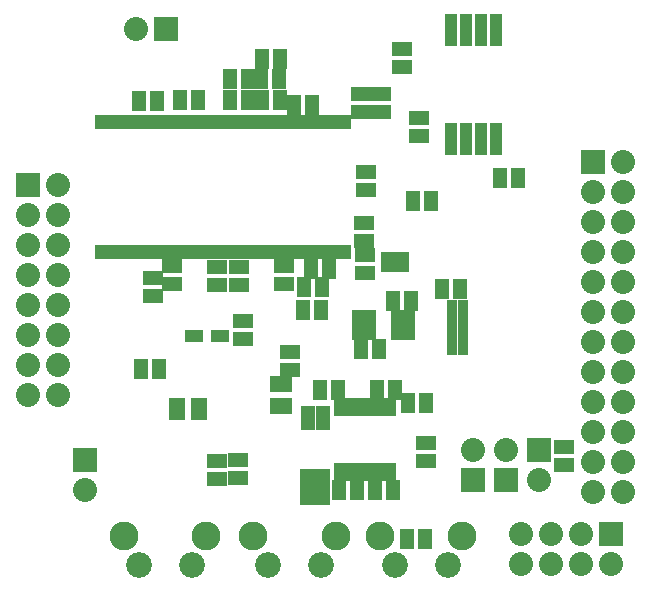
<source format=gbs>
G04 (created by PCBNEW-RS274X (2011-01-25 BZR 2758)-stable) date Mon 25 Apr 2011 03:55:26 PM COT*
G01*
G70*
G90*
%MOIN*%
G04 Gerber Fmt 3.4, Leading zero omitted, Abs format*
%FSLAX34Y34*%
G04 APERTURE LIST*
%ADD10C,0.006000*%
%ADD11R,0.059300X0.043600*%
%ADD12R,0.035700X0.059300*%
%ADD13R,0.043600X0.106600*%
%ADD14R,0.080000X0.080000*%
%ADD15C,0.080000*%
%ADD16C,0.086000*%
%ADD17C,0.096000*%
%ADD18R,0.047600X0.079100*%
%ADD19R,0.098700X0.118400*%
%ADD20R,0.035700X0.031800*%
%ADD21R,0.031800X0.035700*%
%ADD22R,0.033800X0.047500*%
%ADD23R,0.033700X0.047500*%
%ADD24R,0.033600X0.047500*%
%ADD25R,0.075000X0.055000*%
%ADD26R,0.045000X0.065000*%
%ADD27R,0.065000X0.045000*%
%ADD28R,0.080000X0.100000*%
%ADD29R,0.055000X0.075000*%
G04 APERTURE END LIST*
G54D10*
G54D11*
X52342Y-42600D03*
X53208Y-42600D03*
G54D12*
X57168Y-44961D03*
X57418Y-44961D03*
X57668Y-44961D03*
X57918Y-44961D03*
X58168Y-44961D03*
X58418Y-44961D03*
X58668Y-44961D03*
X58918Y-44961D03*
X58918Y-47125D03*
X58668Y-47125D03*
X58418Y-47125D03*
X58168Y-47125D03*
X57918Y-47125D03*
X57668Y-47125D03*
X57418Y-47125D03*
X57168Y-47125D03*
G54D13*
X60917Y-32391D03*
X61417Y-32391D03*
X61917Y-32391D03*
X62417Y-32391D03*
X62417Y-36013D03*
X61917Y-36013D03*
X61417Y-36013D03*
X60917Y-36013D03*
G54D14*
X46793Y-37553D03*
G54D15*
X47793Y-37553D03*
X46793Y-38553D03*
X47793Y-38553D03*
X46793Y-39553D03*
X47793Y-39553D03*
X46793Y-40553D03*
X47793Y-40553D03*
X46793Y-41553D03*
X47793Y-41553D03*
X46793Y-42553D03*
X47793Y-42553D03*
X46793Y-43553D03*
X47793Y-43553D03*
X46793Y-44553D03*
X47793Y-44553D03*
G54D16*
X54809Y-50218D03*
X56579Y-50218D03*
G54D17*
X54309Y-49238D03*
X57069Y-49238D03*
G54D18*
X56131Y-45305D03*
X56643Y-45305D03*
G54D19*
X56387Y-47628D03*
G54D20*
X60957Y-42145D03*
X60957Y-41948D03*
X60957Y-41752D03*
X60957Y-41555D03*
X61311Y-41555D03*
X61311Y-41752D03*
X61311Y-41948D03*
X61311Y-42145D03*
X60954Y-43037D03*
X60954Y-42840D03*
X60954Y-42644D03*
X60954Y-42447D03*
X61308Y-42447D03*
X61308Y-42644D03*
X61308Y-42840D03*
X61308Y-43037D03*
G54D21*
X59332Y-40297D03*
X59135Y-40297D03*
X58939Y-40297D03*
X58742Y-40297D03*
X58742Y-39943D03*
X58939Y-39943D03*
X59135Y-39943D03*
X59332Y-39943D03*
G54D22*
X57413Y-39796D03*
X57157Y-39796D03*
X56901Y-39796D03*
X56645Y-39796D03*
G54D23*
X56389Y-39796D03*
X56133Y-39796D03*
X55877Y-39796D03*
G54D22*
X55622Y-39796D03*
X55366Y-39796D03*
X55110Y-39796D03*
X54854Y-39796D03*
X54598Y-39796D03*
X54342Y-39796D03*
X54086Y-39796D03*
X53830Y-39796D03*
G54D23*
X53574Y-39796D03*
G54D24*
X53319Y-39796D03*
G54D23*
X53064Y-39796D03*
G54D22*
X52808Y-39796D03*
X52552Y-39796D03*
X52296Y-39796D03*
X52040Y-39796D03*
X51784Y-39796D03*
X51528Y-39796D03*
X51272Y-39796D03*
G54D23*
X51017Y-39796D03*
X50761Y-39796D03*
X50505Y-39796D03*
G54D22*
X50249Y-39796D03*
X49993Y-39796D03*
X49737Y-39796D03*
X49481Y-39796D03*
X49225Y-39796D03*
X49225Y-35444D03*
X49481Y-35444D03*
X49737Y-35444D03*
X49993Y-35444D03*
X50249Y-35444D03*
G54D23*
X50505Y-35444D03*
X50761Y-35444D03*
G54D22*
X51016Y-35444D03*
X51272Y-35444D03*
X51528Y-35444D03*
X51784Y-35444D03*
X52040Y-35444D03*
X52296Y-35444D03*
X52552Y-35444D03*
X52808Y-35444D03*
G54D23*
X53064Y-35444D03*
G54D24*
X53319Y-35444D03*
G54D23*
X53574Y-35444D03*
G54D22*
X53830Y-35444D03*
X54086Y-35444D03*
X54342Y-35444D03*
X54598Y-35444D03*
X54854Y-35444D03*
X55110Y-35444D03*
X55366Y-35444D03*
X55622Y-35444D03*
G54D23*
X55877Y-35444D03*
X56133Y-35444D03*
G54D22*
X56389Y-35444D03*
X56645Y-35444D03*
X56901Y-35444D03*
X57157Y-35444D03*
X57413Y-35444D03*
G54D25*
X55236Y-44926D03*
X55236Y-44176D03*
G54D26*
X60594Y-41012D03*
X61194Y-41012D03*
X57143Y-44398D03*
X56543Y-44398D03*
X58428Y-44390D03*
X59028Y-44390D03*
X59468Y-44831D03*
X60068Y-44831D03*
X57172Y-47728D03*
X57772Y-47728D03*
X58381Y-47717D03*
X58981Y-47717D03*
G54D27*
X51598Y-40267D03*
X51598Y-40867D03*
X59287Y-33603D03*
X59287Y-33003D03*
G54D26*
X63146Y-37327D03*
X62546Y-37327D03*
G54D14*
X65651Y-36797D03*
G54D15*
X66651Y-36797D03*
X65651Y-37797D03*
X66651Y-37797D03*
X65651Y-38797D03*
X66651Y-38797D03*
X65651Y-39797D03*
X66651Y-39797D03*
X65651Y-40797D03*
X66651Y-40797D03*
X65651Y-41797D03*
X66651Y-41797D03*
X65651Y-42797D03*
X66651Y-42797D03*
X65651Y-43797D03*
X66651Y-43797D03*
X65651Y-44797D03*
X66651Y-44797D03*
X65651Y-45797D03*
X66651Y-45797D03*
X65651Y-46797D03*
X66651Y-46797D03*
X65651Y-47797D03*
X66651Y-47797D03*
G54D16*
X59029Y-50218D03*
X60799Y-50218D03*
G54D17*
X58529Y-49238D03*
X61289Y-49238D03*
G54D16*
X50494Y-50218D03*
X52264Y-50218D03*
G54D17*
X49994Y-49238D03*
X52754Y-49238D03*
G54D28*
X59325Y-42218D03*
X58025Y-42218D03*
G54D29*
X51769Y-45020D03*
X52519Y-45020D03*
G54D26*
X51863Y-34714D03*
X52463Y-34714D03*
X51120Y-34765D03*
X50520Y-34765D03*
X54579Y-34021D03*
X55179Y-34021D03*
X54144Y-34021D03*
X53544Y-34021D03*
X54599Y-33340D03*
X55199Y-33340D03*
X54144Y-34722D03*
X53544Y-34722D03*
G54D27*
X55344Y-40241D03*
X55344Y-40841D03*
X53844Y-40270D03*
X53844Y-40870D03*
X53112Y-40296D03*
X53112Y-40896D03*
G54D26*
X56845Y-40344D03*
X56245Y-40344D03*
X56597Y-40958D03*
X55997Y-40958D03*
G54D27*
X50969Y-40665D03*
X50969Y-41265D03*
G54D26*
X54623Y-34714D03*
X55223Y-34714D03*
X55684Y-34886D03*
X56284Y-34886D03*
G54D27*
X59852Y-35328D03*
X59852Y-35928D03*
G54D26*
X56585Y-41722D03*
X55985Y-41722D03*
G54D27*
X53969Y-42670D03*
X53969Y-42070D03*
X58041Y-39879D03*
X58041Y-40479D03*
G54D26*
X58518Y-43021D03*
X57918Y-43021D03*
G54D27*
X58061Y-37711D03*
X58061Y-37111D03*
X58009Y-39404D03*
X58009Y-38804D03*
X55541Y-43723D03*
X55541Y-43123D03*
G54D26*
X50569Y-43670D03*
X51169Y-43670D03*
G54D27*
X64689Y-46879D03*
X64689Y-46279D03*
G54D26*
X58981Y-41415D03*
X59581Y-41415D03*
G54D27*
X60067Y-46141D03*
X60067Y-46741D03*
X53797Y-46729D03*
X53797Y-47329D03*
X53096Y-47337D03*
X53096Y-46737D03*
G54D26*
X60052Y-49339D03*
X59452Y-49339D03*
G54D14*
X66256Y-49169D03*
G54D15*
X66256Y-50169D03*
X65256Y-49169D03*
X65256Y-50169D03*
X64256Y-49169D03*
X64256Y-50169D03*
X63256Y-49169D03*
X63256Y-50169D03*
G54D27*
X57917Y-34527D03*
X57917Y-35127D03*
X58567Y-34527D03*
X58567Y-35127D03*
G54D26*
X60257Y-38098D03*
X59657Y-38098D03*
G54D14*
X61654Y-47390D03*
G54D15*
X61654Y-46390D03*
G54D14*
X62744Y-47390D03*
G54D15*
X62744Y-46390D03*
G54D14*
X48718Y-46730D03*
G54D15*
X48718Y-47730D03*
G54D14*
X51413Y-32366D03*
G54D15*
X50413Y-32366D03*
G54D14*
X63827Y-46382D03*
G54D15*
X63827Y-47382D03*
M02*

</source>
